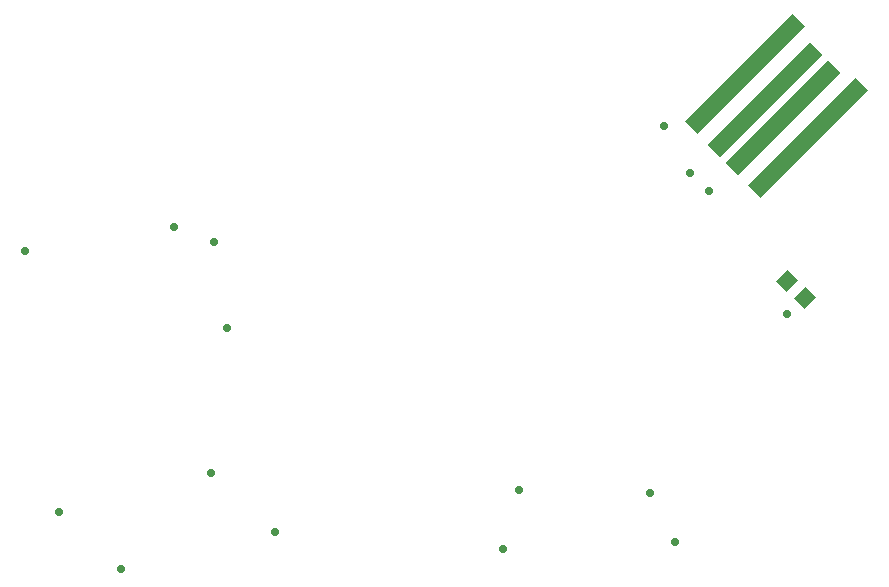
<source format=gts>
G04*
G04 #@! TF.GenerationSoftware,Altium Limited,Altium Designer,21.2.2 (38)*
G04*
G04 Layer_Color=8388736*
%FSLAX25Y25*%
%MOIN*%
G70*
G04*
G04 #@! TF.SameCoordinates,E2040CFD-8BC1-4679-B801-FCB4F48F4876*
G04*
G04*
G04 #@! TF.FilePolarity,Negative*
G04*
G01*
G75*
G04:AMPARAMS|DCode=12|XSize=55.24mil|YSize=51.31mil|CornerRadius=0mil|HoleSize=0mil|Usage=FLASHONLY|Rotation=45.000|XOffset=0mil|YOffset=0mil|HoleType=Round|Shape=Rectangle|*
%AMROTATEDRECTD12*
4,1,4,-0.00139,-0.03767,-0.03767,-0.00139,0.00139,0.03767,0.03767,0.00139,-0.00139,-0.03767,0.0*
%
%ADD12ROTATEDRECTD12*%

G04:AMPARAMS|DCode=13|XSize=58mil|YSize=508mil|CornerRadius=0mil|HoleSize=0mil|Usage=FLASHONLY|Rotation=315.000|XOffset=0mil|YOffset=0mil|HoleType=Round|Shape=Rectangle|*
%AMROTATEDRECTD13*
4,1,4,-0.20011,-0.15910,0.15910,0.20011,0.20011,0.15910,-0.15910,-0.20011,-0.20011,-0.15910,0.0*
%
%ADD13ROTATEDRECTD13*%

G04:AMPARAMS|DCode=14|XSize=58mil|YSize=483mil|CornerRadius=0mil|HoleSize=0mil|Usage=FLASHONLY|Rotation=315.000|XOffset=0mil|YOffset=0mil|HoleType=Round|Shape=Rectangle|*
%AMROTATEDRECTD14*
4,1,4,-0.19127,-0.15026,0.15026,0.19127,0.19127,0.15026,-0.15026,-0.19127,-0.19127,-0.15026,0.0*
%
%ADD14ROTATEDRECTD14*%

%ADD15C,0.02769*%
D12*
X317382Y105846D02*
D03*
X323228Y100000D02*
D03*
D13*
X324410Y153543D02*
D03*
X303196Y174757D02*
D03*
D14*
X315924Y160261D02*
D03*
X309914Y166271D02*
D03*
D15*
X317323Y94882D02*
D03*
X276378Y157480D02*
D03*
X146457Y22047D02*
D03*
X95276Y9843D02*
D03*
X271654Y35039D02*
D03*
X279921Y18898D02*
D03*
X125197Y41732D02*
D03*
X74606Y28937D02*
D03*
X291339Y135827D02*
D03*
X285039Y141732D02*
D03*
X227953Y36220D02*
D03*
X222441Y16535D02*
D03*
X63386Y115748D02*
D03*
X126378Y118898D02*
D03*
X130709Y90158D02*
D03*
X112803Y123827D02*
D03*
M02*

</source>
